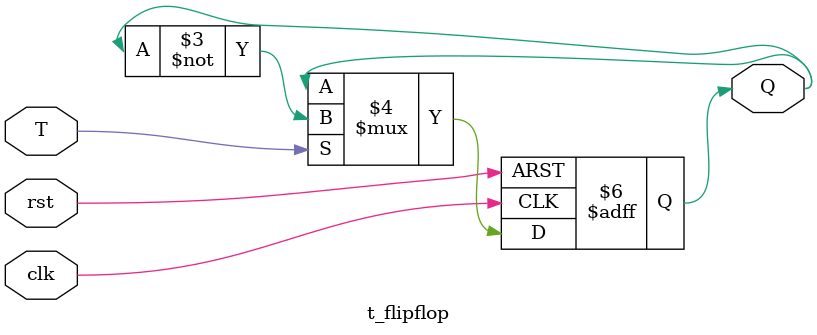
<source format=v>
`timescale 1ns / 1ps
module t_flipflop(clk, rst, T, Q);

input T, clk, rst;
output reg Q;
always @(posedge clk or negedge rst)
begin
    if(!rst)
        Q <= 1'b0;
    else if(T)
        Q <= ~Q;
end
endmodule

</source>
